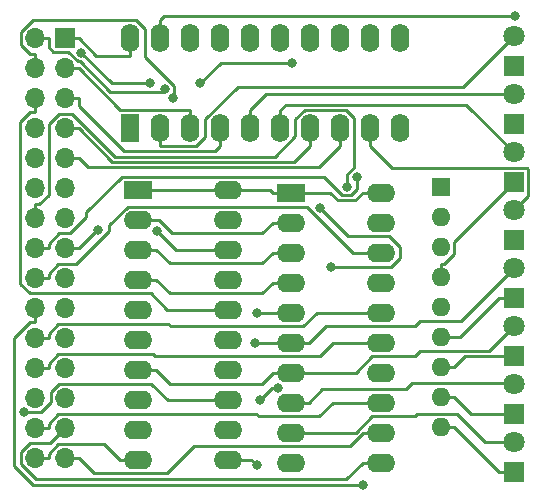
<source format=gbr>
%TF.GenerationSoftware,KiCad,Pcbnew,6.0.2+dfsg-1*%
%TF.CreationDate,2023-03-28T11:03:39-04:00*%
%TF.ProjectId,Register,52656769-7374-4657-922e-6b696361645f,rev?*%
%TF.SameCoordinates,Original*%
%TF.FileFunction,Copper,L1,Top*%
%TF.FilePolarity,Positive*%
%FSLAX46Y46*%
G04 Gerber Fmt 4.6, Leading zero omitted, Abs format (unit mm)*
G04 Created by KiCad (PCBNEW 6.0.2+dfsg-1) date 2023-03-28 11:03:39*
%MOMM*%
%LPD*%
G01*
G04 APERTURE LIST*
%TA.AperFunction,ComponentPad*%
%ADD10R,1.800000X1.800000*%
%TD*%
%TA.AperFunction,ComponentPad*%
%ADD11C,1.800000*%
%TD*%
%TA.AperFunction,ComponentPad*%
%ADD12R,2.400000X1.600000*%
%TD*%
%TA.AperFunction,ComponentPad*%
%ADD13O,2.400000X1.600000*%
%TD*%
%TA.AperFunction,ComponentPad*%
%ADD14R,1.600000X2.400000*%
%TD*%
%TA.AperFunction,ComponentPad*%
%ADD15O,1.600000X2.400000*%
%TD*%
%TA.AperFunction,ComponentPad*%
%ADD16R,1.600000X1.600000*%
%TD*%
%TA.AperFunction,ComponentPad*%
%ADD17O,1.600000X1.600000*%
%TD*%
%TA.AperFunction,ComponentPad*%
%ADD18R,1.700000X1.700000*%
%TD*%
%TA.AperFunction,ComponentPad*%
%ADD19O,1.700000X1.700000*%
%TD*%
%TA.AperFunction,ViaPad*%
%ADD20C,0.800000*%
%TD*%
%TA.AperFunction,Conductor*%
%ADD21C,0.250000*%
%TD*%
G04 APERTURE END LIST*
D10*
%TO.P,D3,1,K*%
%TO.N,Net-(D3-Pad1)*%
X83470000Y-68555000D03*
D11*
%TO.P,D3,2,A*%
%TO.N,Net-(U1-Pad6)*%
X83470000Y-66015000D03*
%TD*%
D12*
%TO.P,U3,1,A->B*%
%TO.N,Net-(U2-Pad1)*%
X64600000Y-69435000D03*
D13*
%TO.P,U3,2,A0*%
%TO.N,Net-(U1-Pad2)*%
X64600000Y-71975000D03*
%TO.P,U3,3,A1*%
%TO.N,Net-(U1-Pad5)*%
X64600000Y-74515000D03*
%TO.P,U3,4,A2*%
%TO.N,Net-(U1-Pad6)*%
X64600000Y-77055000D03*
%TO.P,U3,5,A3*%
%TO.N,Net-(U1-Pad9)*%
X64600000Y-79595000D03*
%TO.P,U3,6,A4*%
%TO.N,Net-(U1-Pad12)*%
X64600000Y-82135000D03*
%TO.P,U3,7,A5*%
%TO.N,Net-(U1-Pad15)*%
X64600000Y-84675000D03*
%TO.P,U3,8,A6*%
%TO.N,Net-(U1-Pad16)*%
X64600000Y-87215000D03*
%TO.P,U3,9,A7*%
%TO.N,Net-(U1-Pad19)*%
X64600000Y-89755000D03*
%TO.P,U3,10,GND*%
%TO.N,GND*%
X64600000Y-92295000D03*
%TO.P,U3,11,B7*%
%TO.N,/RS_{7}*%
X72220000Y-92295000D03*
%TO.P,U3,12,B6*%
%TO.N,/RS_{6}*%
X72220000Y-89755000D03*
%TO.P,U3,13,B5*%
%TO.N,/RS_{5}*%
X72220000Y-87215000D03*
%TO.P,U3,14,B4*%
%TO.N,/RS_{4}*%
X72220000Y-84675000D03*
%TO.P,U3,15,B3*%
%TO.N,/RS_{3}*%
X72220000Y-82135000D03*
%TO.P,U3,16,B2*%
%TO.N,/RS_{2}*%
X72220000Y-79595000D03*
%TO.P,U3,17,B1*%
%TO.N,/RS_{1}*%
X72220000Y-77055000D03*
%TO.P,U3,18,B0*%
%TO.N,/RS_{0}*%
X72220000Y-74515000D03*
%TO.P,U3,19,CE*%
%TO.N,/RS_{E}*%
X72220000Y-71975000D03*
%TO.P,U3,20,VCC*%
%TO.N,Net-(U2-Pad1)*%
X72220000Y-69435000D03*
%TD*%
D10*
%TO.P,D7,1,K*%
%TO.N,Net-(D7-Pad1)*%
X83470000Y-88185000D03*
D11*
%TO.P,D7,2,A*%
%TO.N,Net-(U1-Pad16)*%
X83470000Y-85645000D03*
%TD*%
D12*
%TO.P,U2,1,A->B*%
%TO.N,Net-(U2-Pad1)*%
X51660000Y-69215000D03*
D13*
%TO.P,U2,2,A0*%
%TO.N,Net-(U1-Pad2)*%
X51660000Y-71755000D03*
%TO.P,U2,3,A1*%
%TO.N,Net-(U1-Pad5)*%
X51660000Y-74295000D03*
%TO.P,U2,4,A2*%
%TO.N,Net-(U1-Pad6)*%
X51660000Y-76835000D03*
%TO.P,U2,5,A3*%
%TO.N,Net-(U1-Pad9)*%
X51660000Y-79375000D03*
%TO.P,U2,6,A4*%
%TO.N,Net-(U1-Pad12)*%
X51660000Y-81915000D03*
%TO.P,U2,7,A5*%
%TO.N,Net-(U1-Pad15)*%
X51660000Y-84455000D03*
%TO.P,U2,8,A6*%
%TO.N,Net-(U1-Pad16)*%
X51660000Y-86995000D03*
%TO.P,U2,9,A7*%
%TO.N,Net-(U1-Pad19)*%
X51660000Y-89535000D03*
%TO.P,U2,10,GND*%
%TO.N,GND*%
X51660000Y-92075000D03*
%TO.P,U2,11,B7*%
%TO.N,/RD_{7}*%
X59280000Y-92075000D03*
%TO.P,U2,12,B6*%
%TO.N,/RD_{6}*%
X59280000Y-89535000D03*
%TO.P,U2,13,B5*%
%TO.N,/RD_{5}*%
X59280000Y-86995000D03*
%TO.P,U2,14,B4*%
%TO.N,/RD_{4}*%
X59280000Y-84455000D03*
%TO.P,U2,15,B3*%
%TO.N,/RD_{3}*%
X59280000Y-81915000D03*
%TO.P,U2,16,B2*%
%TO.N,/RD_{2}*%
X59280000Y-79375000D03*
%TO.P,U2,17,B1*%
%TO.N,/RD_{1}*%
X59280000Y-76835000D03*
%TO.P,U2,18,B0*%
%TO.N,/RD_{0}*%
X59280000Y-74295000D03*
%TO.P,U2,19,CE*%
%TO.N,/RD_{E}*%
X59280000Y-71755000D03*
%TO.P,U2,20,VCC*%
%TO.N,Net-(U2-Pad1)*%
X59280000Y-69215000D03*
%TD*%
D10*
%TO.P,D4,1,K*%
%TO.N,Net-(D4-Pad1)*%
X83470000Y-73465000D03*
D11*
%TO.P,D4,2,A*%
%TO.N,Net-(U1-Pad9)*%
X83470000Y-70925000D03*
%TD*%
D10*
%TO.P,D1,1,K*%
%TO.N,Net-(D1-Pad1)*%
X83470000Y-58730000D03*
D11*
%TO.P,D1,2,A*%
%TO.N,Net-(U1-Pad2)*%
X83470000Y-56190000D03*
%TD*%
D14*
%TO.P,U1,1,~{E}*%
%TO.N,/RB_{E}*%
X50980000Y-63960000D03*
D15*
%TO.P,U1,2,Q0*%
%TO.N,Net-(U1-Pad2)*%
X53520000Y-63960000D03*
%TO.P,U1,3,D0*%
%TO.N,/D_{0}*%
X56060000Y-63960000D03*
%TO.P,U1,4,D1*%
%TO.N,/D_{1}*%
X58600000Y-63960000D03*
%TO.P,U1,5,Q1*%
%TO.N,Net-(U1-Pad5)*%
X61140000Y-63960000D03*
%TO.P,U1,6,Q2*%
%TO.N,Net-(U1-Pad6)*%
X63680000Y-63960000D03*
%TO.P,U1,7,D2*%
%TO.N,/D_{2}*%
X66220000Y-63960000D03*
%TO.P,U1,8,D3*%
%TO.N,/D_{3}*%
X68760000Y-63960000D03*
%TO.P,U1,9,Q3*%
%TO.N,Net-(U1-Pad9)*%
X71300000Y-63960000D03*
%TO.P,U1,10,GND*%
%TO.N,GND*%
X73840000Y-63960000D03*
%TO.P,U1,11,CP*%
%TO.N,/CLK*%
X73840000Y-56340000D03*
%TO.P,U1,12,Q4*%
%TO.N,Net-(U1-Pad12)*%
X71300000Y-56340000D03*
%TO.P,U1,13,D4*%
%TO.N,/D_{4}*%
X68760000Y-56340000D03*
%TO.P,U1,14,D5*%
%TO.N,/D_{5}*%
X66220000Y-56340000D03*
%TO.P,U1,15,Q5*%
%TO.N,Net-(U1-Pad15)*%
X63680000Y-56340000D03*
%TO.P,U1,16,Q6*%
%TO.N,Net-(U1-Pad16)*%
X61140000Y-56340000D03*
%TO.P,U1,17,D6*%
%TO.N,/D_{6}*%
X58600000Y-56340000D03*
%TO.P,U1,18,D7*%
%TO.N,/D_{7}*%
X56060000Y-56340000D03*
%TO.P,U1,19,Q7*%
%TO.N,Net-(U1-Pad19)*%
X53520000Y-56340000D03*
%TO.P,U1,20,VCC*%
%TO.N,VCC*%
X50980000Y-56340000D03*
%TD*%
D10*
%TO.P,D8,1,K*%
%TO.N,Net-(D8-Pad1)*%
X83470000Y-93095000D03*
D11*
%TO.P,D8,2,A*%
%TO.N,Net-(U1-Pad19)*%
X83470000Y-90555000D03*
%TD*%
D16*
%TO.P,RN1,1,R1.1*%
%TO.N,GND*%
X77270000Y-68990000D03*
D17*
%TO.P,RN1,2,R1.2*%
%TO.N,Net-(D1-Pad1)*%
X77270000Y-71530000D03*
%TO.P,RN1,3,R2.2*%
%TO.N,Net-(D2-Pad1)*%
X77270000Y-74070000D03*
%TO.P,RN1,4,R3.2*%
%TO.N,Net-(D3-Pad1)*%
X77270000Y-76610000D03*
%TO.P,RN1,5,R4.2*%
%TO.N,Net-(D4-Pad1)*%
X77270000Y-79150000D03*
%TO.P,RN1,6,R5.2*%
%TO.N,Net-(D5-Pad1)*%
X77270000Y-81690000D03*
%TO.P,RN1,7,R6.2*%
%TO.N,Net-(D6-Pad1)*%
X77270000Y-84230000D03*
%TO.P,RN1,8,R7.2*%
%TO.N,Net-(D7-Pad1)*%
X77270000Y-86770000D03*
%TO.P,RN1,9,R8.2*%
%TO.N,Net-(D8-Pad1)*%
X77270000Y-89310000D03*
%TD*%
D10*
%TO.P,D6,1,K*%
%TO.N,Net-(D6-Pad1)*%
X83470000Y-83275000D03*
D11*
%TO.P,D6,2,A*%
%TO.N,Net-(U1-Pad15)*%
X83470000Y-80735000D03*
%TD*%
D10*
%TO.P,D5,1,K*%
%TO.N,Net-(D5-Pad1)*%
X83470000Y-78375000D03*
D11*
%TO.P,D5,2,A*%
%TO.N,Net-(U1-Pad12)*%
X83470000Y-75835000D03*
%TD*%
D10*
%TO.P,D2,1,K*%
%TO.N,Net-(D2-Pad1)*%
X83470000Y-63640000D03*
D11*
%TO.P,D2,2,A*%
%TO.N,Net-(U1-Pad5)*%
X83470000Y-61100000D03*
%TD*%
D18*
%TO.P,J1,1,Pin_1*%
%TO.N,VCC*%
X45430000Y-56345000D03*
D19*
%TO.P,J1,2,Pin_2*%
%TO.N,/RD_{0}*%
X42890000Y-56345000D03*
%TO.P,J1,3,Pin_3*%
%TO.N,/D_{0}*%
X45430000Y-58885000D03*
%TO.P,J1,4,Pin_4*%
%TO.N,/RD_{1}*%
X42890000Y-58885000D03*
%TO.P,J1,5,Pin_5*%
%TO.N,/D_{1}*%
X45430000Y-61425000D03*
%TO.P,J1,6,Pin_6*%
%TO.N,/RD_{2}*%
X42890000Y-61425000D03*
%TO.P,J1,7,Pin_7*%
%TO.N,/D_{2}*%
X45430000Y-63965000D03*
%TO.P,J1,8,Pin_8*%
%TO.N,/RD_{3}*%
X42890000Y-63965000D03*
%TO.P,J1,9,Pin_9*%
%TO.N,/D_{3}*%
X45430000Y-66505000D03*
%TO.P,J1,10,Pin_10*%
%TO.N,/RD_{4}*%
X42890000Y-66505000D03*
%TO.P,J1,11,Pin_11*%
%TO.N,/D_{4}*%
X45430000Y-69045000D03*
%TO.P,J1,12,Pin_12*%
%TO.N,/RD_{5}*%
X42890000Y-69045000D03*
%TO.P,J1,13,Pin_13*%
%TO.N,/D_{5}*%
X45430000Y-71585000D03*
%TO.P,J1,14,Pin_14*%
%TO.N,/RD_{6}*%
X42890000Y-71585000D03*
%TO.P,J1,15,Pin_15*%
%TO.N,/D_{6}*%
X45430000Y-74125000D03*
%TO.P,J1,16,Pin_16*%
%TO.N,/RD_{7}*%
X42890000Y-74125000D03*
%TO.P,J1,17,Pin_17*%
%TO.N,/D_{7}*%
X45430000Y-76665000D03*
%TO.P,J1,18,Pin_18*%
%TO.N,/RS_{0}*%
X42890000Y-76665000D03*
%TO.P,J1,19,Pin_19*%
%TO.N,/CLK*%
X45430000Y-79205000D03*
%TO.P,J1,20,Pin_20*%
%TO.N,/RS_{1}*%
X42890000Y-79205000D03*
%TO.P,J1,21,Pin_21*%
%TO.N,/RB_{E}*%
X45430000Y-81745000D03*
%TO.P,J1,22,Pin_22*%
%TO.N,/RS_{2}*%
X42890000Y-81745000D03*
%TO.P,J1,23,Pin_23*%
%TO.N,/RD_{E}*%
X45430000Y-84285000D03*
%TO.P,J1,24,Pin_24*%
%TO.N,/RS_{3}*%
X42890000Y-84285000D03*
%TO.P,J1,25,Pin_25*%
%TO.N,/RS_{E}*%
X45430000Y-86825000D03*
%TO.P,J1,26,Pin_26*%
%TO.N,/RS_{4}*%
X42890000Y-86825000D03*
%TO.P,J1,27,Pin_27*%
%TO.N,/RS_{7}*%
X45430000Y-89365000D03*
%TO.P,J1,28,Pin_28*%
%TO.N,/RS_{5}*%
X42890000Y-89365000D03*
%TO.P,J1,29,Pin_29*%
%TO.N,/RS_{6}*%
X45430000Y-91905000D03*
%TO.P,J1,30,Pin_30*%
%TO.N,GND*%
X42890000Y-91905000D03*
%TD*%
D20*
%TO.N,/RD_{0}*%
X53956000Y-60691900D03*
X53273500Y-72674400D03*
%TO.N,/RD_{1}*%
X54641100Y-61421800D03*
%TO.N,/RD_{4}*%
X67990300Y-75700700D03*
X67027700Y-70710400D03*
X63475300Y-85954300D03*
X56894700Y-60198600D03*
X52661800Y-60193200D03*
X61937500Y-87007200D03*
X64705600Y-58428200D03*
X46841700Y-57608500D03*
%TO.N,/RD_{5}*%
X41995500Y-88000200D03*
%TO.N,/RD_{6}*%
X69326800Y-68931500D03*
%TO.N,/D_{6}*%
X48229500Y-72590700D03*
%TO.N,/RD_{7}*%
X61680100Y-92514000D03*
X70180500Y-68087800D03*
%TO.N,/RS_{1}*%
X70684200Y-94221600D03*
%TO.N,Net-(U1-Pad9)*%
X61739300Y-79595000D03*
%TO.N,Net-(U1-Pad12)*%
X61553100Y-82135000D03*
%TO.N,Net-(U1-Pad19)*%
X83526800Y-54495700D03*
%TD*%
D21*
%TO.N,VCC*%
X48125200Y-57865100D02*
X46605100Y-56345000D01*
X50980000Y-57865100D02*
X48125200Y-57865100D01*
X50980000Y-56340000D02*
X50980000Y-57865100D01*
X45430000Y-56345000D02*
X46605100Y-56345000D01*
%TO.N,/RD_{0}*%
X53729600Y-60918300D02*
X53956000Y-60691900D01*
X44065100Y-57152900D02*
X44432300Y-57520100D01*
X45727900Y-57520100D02*
X46541400Y-58333600D01*
X53273500Y-72674400D02*
X54894100Y-74295000D01*
X44432300Y-57520100D02*
X45727900Y-57520100D01*
X46541400Y-58333600D02*
X46690400Y-58333600D01*
X49275100Y-60918300D02*
X53729600Y-60918300D01*
X44065100Y-56345000D02*
X44065100Y-57152900D01*
X42890000Y-56345000D02*
X44065100Y-56345000D01*
X46690400Y-58333600D02*
X49275100Y-60918300D01*
X54894100Y-74295000D02*
X59280000Y-74295000D01*
%TO.N,/D_{0}*%
X56060000Y-63960000D02*
X56060000Y-62434900D01*
X46605100Y-58885000D02*
X50155000Y-62434900D01*
X50155000Y-62434900D02*
X56060000Y-62434900D01*
X45430000Y-58885000D02*
X46605100Y-58885000D01*
%TO.N,/RD_{1}*%
X41713700Y-56900800D02*
X41713700Y-55817200D01*
X42890000Y-57709900D02*
X42522800Y-57709900D01*
X51430000Y-54794500D02*
X52250000Y-55614500D01*
X54682900Y-61380000D02*
X54641100Y-61421800D01*
X42736400Y-54794500D02*
X51430000Y-54794500D01*
X52250000Y-57944700D02*
X54682900Y-60377600D01*
X54682900Y-60377600D02*
X54682900Y-61380000D01*
X52250000Y-55614500D02*
X52250000Y-57944700D01*
X41713700Y-55817200D02*
X42736400Y-54794500D01*
X42522800Y-57709900D02*
X41713700Y-56900800D01*
X42890000Y-58885000D02*
X42890000Y-57709900D01*
%TO.N,/D_{1}*%
X58149900Y-65935200D02*
X58600000Y-65485100D01*
X58600000Y-63960000D02*
X58600000Y-65485100D01*
X45430000Y-61425000D02*
X46605100Y-61425000D01*
X50415500Y-65935200D02*
X58149900Y-65935200D01*
X46605100Y-62124800D02*
X50415500Y-65935200D01*
X46605100Y-61425000D02*
X46605100Y-62124800D01*
%TO.N,/RD_{2}*%
X42890000Y-62600100D02*
X42522800Y-62600100D01*
X41683300Y-77180500D02*
X42463000Y-77960200D01*
X42522800Y-62600100D02*
X41683300Y-63439600D01*
X42890000Y-61425000D02*
X42890000Y-62600100D01*
X42463000Y-77960200D02*
X52721500Y-77960200D01*
X54136300Y-79375000D02*
X59280000Y-79375000D01*
X41683300Y-63439600D02*
X41683300Y-77180500D01*
X52721500Y-77960200D02*
X54136300Y-79375000D01*
%TO.N,/D_{2}*%
X49475500Y-66835400D02*
X64869700Y-66835400D01*
X64869700Y-66835400D02*
X66220000Y-65485100D01*
X46605100Y-63965000D02*
X49475500Y-66835400D01*
X66220000Y-63960000D02*
X66220000Y-65485100D01*
X45430000Y-63965000D02*
X46605100Y-63965000D01*
%TO.N,/D_{3}*%
X47385600Y-67285500D02*
X66959600Y-67285500D01*
X66959600Y-67285500D02*
X68760000Y-65485100D01*
X46605100Y-66505000D02*
X47385600Y-67285500D01*
X68760000Y-63960000D02*
X68760000Y-65485100D01*
X45430000Y-66505000D02*
X46605100Y-66505000D01*
%TO.N,/RD_{4}*%
X62990400Y-85954300D02*
X63475300Y-85954300D01*
X49426400Y-60193200D02*
X52661800Y-60193200D01*
X73048400Y-75700700D02*
X67990300Y-75700700D01*
X61937500Y-87007200D02*
X62990400Y-85954300D01*
X69417500Y-73100200D02*
X72865400Y-73100200D01*
X73793800Y-74955300D02*
X73048400Y-75700700D01*
X73793800Y-74028600D02*
X73793800Y-74955300D01*
X46841700Y-57608500D02*
X49426400Y-60193200D01*
X67027700Y-70710400D02*
X69417500Y-73100200D01*
X56894700Y-60198600D02*
X58665100Y-58428200D01*
X58665100Y-58428200D02*
X64705600Y-58428200D01*
X72865400Y-73100200D02*
X73793800Y-74028600D01*
%TO.N,/RD_{5}*%
X44254800Y-86338000D02*
X44981600Y-85611200D01*
X43431300Y-88000200D02*
X44254800Y-87176700D01*
X44254800Y-87176700D02*
X44254800Y-86338000D01*
X54149600Y-86995000D02*
X57754900Y-86995000D01*
X41995500Y-88000200D02*
X43431300Y-88000200D01*
X59280000Y-86995000D02*
X57754900Y-86995000D01*
X44981600Y-85611200D02*
X52765800Y-85611200D01*
X52765800Y-85611200D02*
X54149600Y-86995000D01*
%TO.N,/RD_{6}*%
X69933600Y-67309300D02*
X69326800Y-67916100D01*
X49662000Y-66385300D02*
X63248600Y-66385300D01*
X46059700Y-62783000D02*
X49662000Y-66385300D01*
X69933600Y-63100100D02*
X69933600Y-67309300D01*
X69326800Y-67916100D02*
X69326800Y-68931500D01*
X42890000Y-70409900D02*
X43257300Y-70409900D01*
X42890000Y-71585000D02*
X42890000Y-70409900D01*
X64950000Y-63234300D02*
X65749400Y-62434900D01*
X63248600Y-66385300D02*
X64950000Y-64683900D01*
X65749400Y-62434900D02*
X69268400Y-62434900D01*
X44065100Y-69602100D02*
X44065100Y-63650200D01*
X64950000Y-64683900D02*
X64950000Y-63234300D01*
X44065100Y-63650200D02*
X44932300Y-62783000D01*
X69268400Y-62434900D02*
X69933600Y-63100100D01*
X43257300Y-70409900D02*
X44065100Y-69602100D01*
X44932300Y-62783000D02*
X46059700Y-62783000D01*
%TO.N,/D_{6}*%
X46605100Y-74125000D02*
X48139400Y-72590700D01*
X48139400Y-72590700D02*
X48229500Y-72590700D01*
X45430000Y-74125000D02*
X46605100Y-74125000D01*
%TO.N,/RD_{7}*%
X47238400Y-71538300D02*
X47238400Y-71099300D01*
X44065100Y-73759700D02*
X44969800Y-72855000D01*
X45921700Y-72855000D02*
X47238400Y-71538300D01*
X67350400Y-68089800D02*
X68917200Y-69656600D01*
X59280000Y-92075000D02*
X61241100Y-92075000D01*
X61241100Y-92075000D02*
X61680100Y-92514000D01*
X69633000Y-69656600D02*
X70180500Y-69109100D01*
X50247900Y-68089800D02*
X67350400Y-68089800D01*
X44969800Y-72855000D02*
X45921700Y-72855000D01*
X47238400Y-71099300D02*
X50247900Y-68089800D01*
X68917200Y-69656600D02*
X69633000Y-69656600D01*
X70180500Y-69109100D02*
X70180500Y-68087800D01*
X42890000Y-74125000D02*
X44065100Y-74125000D01*
X44065100Y-74125000D02*
X44065100Y-73759700D01*
%TO.N,/RS_{0}*%
X49184800Y-72720300D02*
X49184800Y-72207900D01*
X49184800Y-72207900D02*
X50770700Y-70622000D01*
X50770700Y-70622000D02*
X65913900Y-70622000D01*
X69806900Y-74515000D02*
X70694900Y-74515000D01*
X44065100Y-76297700D02*
X44872900Y-75489900D01*
X44065100Y-76665000D02*
X44065100Y-76297700D01*
X46415200Y-75489900D02*
X49184800Y-72720300D01*
X65913900Y-70622000D02*
X69806900Y-74515000D01*
X42890000Y-76665000D02*
X44065100Y-76665000D01*
X72220000Y-74515000D02*
X70694900Y-74515000D01*
X44872900Y-75489900D02*
X46415200Y-75489900D01*
%TO.N,/RS_{1}*%
X42789900Y-94221600D02*
X70684200Y-94221600D01*
X41176500Y-81726400D02*
X41176500Y-92608200D01*
X41176500Y-92608200D02*
X42789900Y-94221600D01*
X42522800Y-80380100D02*
X41176500Y-81726400D01*
X42890000Y-80380100D02*
X42522800Y-80380100D01*
X42890000Y-79205000D02*
X42890000Y-80380100D01*
%TO.N,/RS_{2}*%
X44065100Y-81377800D02*
X44065100Y-81745000D01*
X72220000Y-79595000D02*
X66800200Y-79595000D01*
X42890000Y-81745000D02*
X44065100Y-81745000D01*
X66800200Y-79595000D02*
X65622200Y-80773000D01*
X54221600Y-80536300D02*
X44906600Y-80536300D01*
X44906600Y-80536300D02*
X44065100Y-81377800D01*
X65622200Y-80773000D02*
X54458300Y-80773000D01*
X54458300Y-80773000D02*
X54221600Y-80536300D01*
%TO.N,/RS_{3}*%
X53090000Y-83272600D02*
X52919800Y-83102400D01*
X52919800Y-83102400D02*
X44882400Y-83102400D01*
X44065100Y-83919700D02*
X44065100Y-84285000D01*
X68154900Y-82135000D02*
X67017300Y-83272600D01*
X42890000Y-84285000D02*
X44065100Y-84285000D01*
X72220000Y-82135000D02*
X68154900Y-82135000D01*
X44882400Y-83102400D02*
X44065100Y-83919700D01*
X67017300Y-83272600D02*
X53090000Y-83272600D01*
%TO.N,/RS_{7}*%
X72220000Y-92295000D02*
X70694900Y-92295000D01*
X41699800Y-92421000D02*
X43006600Y-93727800D01*
X41699800Y-91404700D02*
X41699800Y-92421000D01*
X69262100Y-93727800D02*
X70694900Y-92295000D01*
X44160000Y-90635000D02*
X42469500Y-90635000D01*
X45430000Y-89365000D02*
X44160000Y-90635000D01*
X42469500Y-90635000D02*
X41699800Y-91404700D01*
X43006600Y-93727800D02*
X69262100Y-93727800D01*
%TO.N,/RS_{5}*%
X42890000Y-89365000D02*
X44065100Y-89365000D01*
X61876600Y-88387900D02*
X66982000Y-88387900D01*
X44065100Y-89365000D02*
X44065100Y-88999700D01*
X61671700Y-88183000D02*
X61876600Y-88387900D01*
X44065100Y-88999700D02*
X44881800Y-88183000D01*
X68154900Y-87215000D02*
X72220000Y-87215000D01*
X66982000Y-88387900D02*
X68154900Y-87215000D01*
X44881800Y-88183000D02*
X61671700Y-88183000D01*
%TO.N,/RS_{6}*%
X54061300Y-93214400D02*
X47914500Y-93214400D01*
X72220000Y-89755000D02*
X70694900Y-89755000D01*
X70694900Y-89755000D02*
X69569600Y-90880300D01*
X47914500Y-93214400D02*
X46605100Y-91905000D01*
X56395400Y-90880300D02*
X54061300Y-93214400D01*
X69569600Y-90880300D02*
X56395400Y-90880300D01*
X45430000Y-91905000D02*
X46605100Y-91905000D01*
%TO.N,GND*%
X44065100Y-91537800D02*
X44887800Y-90715100D01*
X44887800Y-90715100D02*
X48775000Y-90715100D01*
X48775000Y-90715100D02*
X50134900Y-92075000D01*
X51660000Y-92075000D02*
X50134900Y-92075000D01*
X44065100Y-91905000D02*
X44065100Y-91537800D01*
X42890000Y-91905000D02*
X44065100Y-91905000D01*
%TO.N,Net-(U1-Pad2)*%
X57330000Y-63231300D02*
X57330000Y-64718400D01*
X64600000Y-71975000D02*
X63074900Y-71975000D01*
X63074900Y-71975000D02*
X62156200Y-72893700D01*
X57330000Y-64718400D02*
X56563300Y-65485100D01*
X54518400Y-72893700D02*
X53379700Y-71755000D01*
X56563300Y-65485100D02*
X53520000Y-65485100D01*
X51660000Y-71755000D02*
X53185100Y-71755000D01*
X83470000Y-56190000D02*
X79198300Y-60461700D01*
X60099600Y-60461700D02*
X57330000Y-63231300D01*
X79198300Y-60461700D02*
X60099600Y-60461700D01*
X62156200Y-72893700D02*
X54518400Y-72893700D01*
X53379700Y-71755000D02*
X53185100Y-71755000D01*
X53520000Y-63960000D02*
X53520000Y-65485100D01*
%TO.N,Net-(U1-Pad5)*%
X61140000Y-63960000D02*
X61140000Y-62434900D01*
X61140000Y-62434900D02*
X62474900Y-61100000D01*
X62474900Y-61100000D02*
X83470000Y-61100000D01*
X54323800Y-75433700D02*
X62156200Y-75433700D01*
X64600000Y-74515000D02*
X63074900Y-74515000D01*
X51660000Y-74295000D02*
X53185100Y-74295000D01*
X62156200Y-75433700D02*
X63074900Y-74515000D01*
X53185100Y-74295000D02*
X54323800Y-75433700D01*
%TO.N,Net-(U1-Pad6)*%
X53185100Y-76835000D02*
X54323800Y-77973700D01*
X62156200Y-77973700D02*
X63074900Y-77055000D01*
X64130100Y-61984800D02*
X63680000Y-62434900D01*
X63680000Y-63960000D02*
X63680000Y-62434900D01*
X51660000Y-76835000D02*
X53185100Y-76835000D01*
X83470000Y-66015000D02*
X79439800Y-61984800D01*
X79439800Y-61984800D02*
X64130100Y-61984800D01*
X64600000Y-77055000D02*
X63074900Y-77055000D01*
X54323800Y-77973700D02*
X62156200Y-77973700D01*
%TO.N,Net-(U1-Pad9)*%
X84695200Y-69699800D02*
X83470000Y-70925000D01*
X84556100Y-67329800D02*
X84695200Y-67468900D01*
X64600000Y-79595000D02*
X61739300Y-79595000D01*
X84695200Y-67468900D02*
X84695200Y-69699800D01*
X71300000Y-63960000D02*
X71300000Y-65485100D01*
X71300000Y-65485100D02*
X73144700Y-67329800D01*
X73144700Y-67329800D02*
X84556100Y-67329800D01*
%TO.N,Net-(U1-Pad12)*%
X65362600Y-82135000D02*
X64600000Y-82135000D01*
X79029800Y-80275200D02*
X75537500Y-80275200D01*
X67539900Y-80720200D02*
X66125100Y-82135000D01*
X83470000Y-75835000D02*
X79029800Y-80275200D01*
X64600000Y-82135000D02*
X61553100Y-82135000D01*
X75092500Y-80720200D02*
X67539900Y-80720200D01*
X75537500Y-80275200D02*
X75092500Y-80720200D01*
X65362600Y-82135000D02*
X66125100Y-82135000D01*
%TO.N,Net-(U1-Pad15)*%
X54342300Y-85612200D02*
X53185100Y-84455000D01*
X51660000Y-84455000D02*
X53185100Y-84455000D01*
X64600000Y-84675000D02*
X63074900Y-84675000D01*
X75092500Y-83260200D02*
X71473000Y-83260200D01*
X71473000Y-83260200D02*
X70058200Y-84675000D01*
X83470000Y-80735000D02*
X81389800Y-82815200D01*
X81389800Y-82815200D02*
X75537500Y-82815200D01*
X70058200Y-84675000D02*
X64600000Y-84675000D01*
X75537500Y-82815200D02*
X75092500Y-83260200D01*
X62137700Y-85612200D02*
X54342300Y-85612200D01*
X63074900Y-84675000D02*
X62137700Y-85612200D01*
%TO.N,Net-(U1-Pad16)*%
X74352500Y-86089800D02*
X74869800Y-85572500D01*
X74869800Y-85572500D02*
X83397500Y-85572500D01*
X66125100Y-87215000D02*
X67250300Y-86089800D01*
X64600000Y-87215000D02*
X66125100Y-87215000D01*
X67250300Y-86089800D02*
X74352500Y-86089800D01*
X83397500Y-85572500D02*
X83470000Y-85645000D01*
%TO.N,Net-(U1-Pad19)*%
X83470000Y-90555000D02*
X81050100Y-90555000D01*
X75092500Y-88340200D02*
X71473000Y-88340200D01*
X75247900Y-88184800D02*
X75092500Y-88340200D01*
X53520000Y-56340000D02*
X53520000Y-54814900D01*
X81050100Y-90555000D02*
X78679900Y-88184800D01*
X53520000Y-54814900D02*
X53839200Y-54495700D01*
X70058200Y-89755000D02*
X64600000Y-89755000D01*
X53839200Y-54495700D02*
X83526800Y-54495700D01*
X78679900Y-88184800D02*
X75247900Y-88184800D01*
X71473000Y-88340200D02*
X70058200Y-89755000D01*
%TO.N,Net-(U2-Pad1)*%
X70023200Y-70106700D02*
X68544600Y-70106700D01*
X59280000Y-69215000D02*
X62854900Y-69215000D01*
X62854900Y-69215000D02*
X63074900Y-69435000D01*
X67872900Y-69435000D02*
X66125100Y-69435000D01*
X72220000Y-69435000D02*
X70694900Y-69435000D01*
X64600000Y-69435000D02*
X66125100Y-69435000D01*
X68544600Y-70106700D02*
X67872900Y-69435000D01*
X51660000Y-69215000D02*
X59280000Y-69215000D01*
X64600000Y-69435000D02*
X63074900Y-69435000D01*
X70694900Y-69435000D02*
X70023200Y-70106700D01*
%TO.N,Net-(D3-Pad1)*%
X78395100Y-74641200D02*
X78395100Y-73629900D01*
X78395100Y-73629900D02*
X83470000Y-68555000D01*
X77270000Y-75484900D02*
X77551400Y-75484900D01*
X77551400Y-75484900D02*
X78395100Y-74641200D01*
X77270000Y-76610000D02*
X77270000Y-75484900D01*
%TO.N,Net-(D5-Pad1)*%
X83470000Y-78375000D02*
X82244900Y-78375000D01*
X82244900Y-78375000D02*
X78929900Y-81690000D01*
X78929900Y-81690000D02*
X77270000Y-81690000D01*
%TO.N,Net-(D6-Pad1)*%
X79350100Y-83275000D02*
X78395100Y-84230000D01*
X83470000Y-83275000D02*
X79350100Y-83275000D01*
X77270000Y-84230000D02*
X78395100Y-84230000D01*
%TO.N,Net-(D7-Pad1)*%
X79810100Y-88185000D02*
X83470000Y-88185000D01*
X78395100Y-86770000D02*
X79810100Y-88185000D01*
X77270000Y-86770000D02*
X78395100Y-86770000D01*
%TO.N,Net-(D8-Pad1)*%
X82180100Y-93095000D02*
X83470000Y-93095000D01*
X77270000Y-89310000D02*
X78395100Y-89310000D01*
X78395100Y-89310000D02*
X82180100Y-93095000D01*
%TD*%
M02*

</source>
